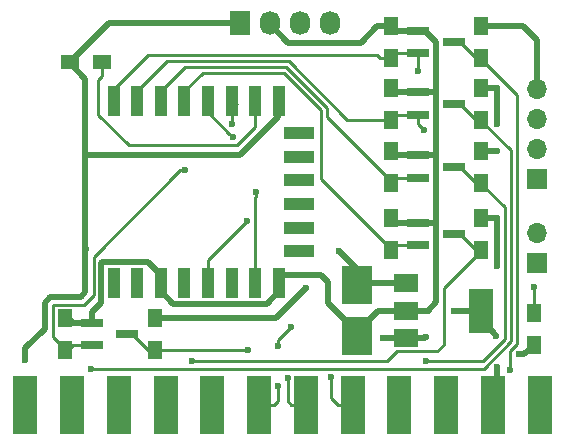
<source format=gtl>
G04 #@! TF.FileFunction,Copper,L1,Top,Signal*
%FSLAX46Y46*%
G04 Gerber Fmt 4.6, Leading zero omitted, Abs format (unit mm)*
G04 Created by KiCad (PCBNEW 4.0.6) date Sat Aug  5 17:49:28 2017*
%MOMM*%
%LPD*%
G01*
G04 APERTURE LIST*
%ADD10C,0.100000*%
%ADD11R,1.300000X1.500000*%
%ADD12R,1.727200X2.032000*%
%ADD13O,1.727200X2.032000*%
%ADD14R,2.500000X3.200000*%
%ADD15R,1.700000X1.700000*%
%ADD16O,1.700000X1.700000*%
%ADD17R,1.900000X0.800000*%
%ADD18R,1.500000X1.300000*%
%ADD19R,2.000000X3.800000*%
%ADD20R,2.000000X1.500000*%
%ADD21R,2.000000X5.000000*%
%ADD22R,1.100000X2.500000*%
%ADD23R,2.500000X1.100000*%
%ADD24C,0.600000*%
%ADD25C,0.508000*%
%ADD26C,0.254000*%
G04 APERTURE END LIST*
D10*
D11*
X95631000Y-121840000D03*
X95631000Y-124540000D03*
D12*
X82804000Y-110998000D03*
D13*
X85344000Y-110998000D03*
X87884000Y-110998000D03*
X90424000Y-110998000D03*
D14*
X92710000Y-137532000D03*
X92710000Y-133232000D03*
D15*
X107950000Y-124206000D03*
D16*
X107950000Y-121666000D03*
X107950000Y-119126000D03*
X107950000Y-116586000D03*
D15*
X107950000Y-131318000D03*
D16*
X107950000Y-128778000D03*
D17*
X97941000Y-111699000D03*
X97941000Y-113599000D03*
X100941000Y-112649000D03*
X97941000Y-116906000D03*
X97941000Y-118806000D03*
X100941000Y-117856000D03*
X97941000Y-122240000D03*
X97941000Y-124140000D03*
X100941000Y-123190000D03*
X97941000Y-127955000D03*
X97941000Y-129855000D03*
X100941000Y-128905000D03*
D11*
X95631000Y-111299000D03*
X95631000Y-113999000D03*
X103251000Y-111299000D03*
X103251000Y-113999000D03*
X95631000Y-116506000D03*
X95631000Y-119206000D03*
X103251000Y-116506000D03*
X103251000Y-119206000D03*
X95631000Y-127555000D03*
X95631000Y-130255000D03*
X103251000Y-121840000D03*
X103251000Y-124540000D03*
X103251000Y-127555000D03*
X103251000Y-130255000D03*
X107696000Y-135556000D03*
X107696000Y-138256000D03*
D18*
X68420000Y-114300000D03*
X71120000Y-114300000D03*
D11*
X67995800Y-136013200D03*
X67995800Y-138713200D03*
D19*
X103226000Y-135382000D03*
D20*
X96926000Y-135382000D03*
X96926000Y-137682000D03*
X96926000Y-133082000D03*
D21*
X108215000Y-143360000D03*
X104255000Y-143360000D03*
X100295000Y-143360000D03*
X96335000Y-143360000D03*
X92375000Y-143360000D03*
X88415000Y-143360000D03*
X84455000Y-143360000D03*
X80495000Y-143360000D03*
X76535000Y-143360000D03*
X72575000Y-143360000D03*
X68615000Y-143360000D03*
X64655000Y-143360000D03*
D17*
X70305800Y-136413200D03*
X70305800Y-138313200D03*
X73305800Y-137363200D03*
D11*
X75615800Y-136013200D03*
X75615800Y-138713200D03*
D22*
X72136000Y-133034000D03*
X74136000Y-133034000D03*
X76136000Y-133034000D03*
X78136000Y-133034000D03*
X80136000Y-133034000D03*
X82136000Y-133034000D03*
X84136000Y-133034000D03*
X86136000Y-133034000D03*
X86136000Y-117634000D03*
X84136000Y-117634000D03*
X82136000Y-117634000D03*
X80136000Y-117634000D03*
X78136000Y-117634000D03*
X76136000Y-117634000D03*
X74136000Y-117634000D03*
X72136000Y-117634000D03*
D23*
X87836000Y-130344000D03*
X87836000Y-128344000D03*
X87836000Y-126344000D03*
X87836000Y-124344000D03*
X87836000Y-122344000D03*
X87836000Y-120344000D03*
D24*
X106426000Y-139039600D03*
X104540006Y-137500000D03*
X98720000Y-135380000D03*
X100990000Y-135380000D03*
X69773800Y-130124200D03*
X91186000Y-130352800D03*
X64660000Y-139550000D03*
X90500000Y-141010000D03*
X70220000Y-140300000D03*
X87119628Y-136782266D03*
X86033974Y-138386027D03*
X86050000Y-141780000D03*
X105660000Y-140410000D03*
X86859970Y-141057839D03*
X88442800Y-133426200D03*
X94970600Y-137668000D03*
X104572968Y-127570000D03*
X104572968Y-131590000D03*
X98558990Y-137650000D03*
X104600000Y-140160000D03*
X104600000Y-121840000D03*
X104600000Y-119560000D03*
X104610000Y-116500000D03*
X98600000Y-139610008D03*
X78760000Y-139610000D03*
X98440000Y-120110000D03*
X97940000Y-115090000D03*
X82245200Y-120700800D03*
X107700000Y-133339994D03*
X83439000Y-127762000D03*
X84150200Y-125298200D03*
X83540600Y-138709400D03*
X78206600Y-123469400D03*
X82118200Y-119608600D03*
D25*
X76136000Y-132334000D02*
X75077999Y-131275999D01*
X75077999Y-131275999D02*
X71179599Y-131275999D01*
X71077999Y-131377599D02*
X71077999Y-134733001D01*
X71077999Y-134733001D02*
X70305800Y-135505200D01*
X70305800Y-135505200D02*
X70305800Y-136413200D01*
X71179599Y-131275999D02*
X71077999Y-131377599D01*
X106850264Y-139039600D02*
X106426000Y-139039600D01*
X107696000Y-138256000D02*
X106912400Y-139039600D01*
X106912400Y-139039600D02*
X106850264Y-139039600D01*
X89664042Y-132334000D02*
X86136000Y-132334000D01*
X90292201Y-132962159D02*
X89664042Y-132334000D01*
X90292202Y-134764202D02*
X90292201Y-132962159D01*
X92710000Y-137182000D02*
X90292202Y-134764202D01*
X92710000Y-137532000D02*
X92710000Y-137182000D01*
X86136000Y-132334000D02*
X86136000Y-133748402D01*
X86136000Y-133748402D02*
X85092401Y-134792001D01*
X85092401Y-134792001D02*
X77179599Y-134792001D01*
X77179599Y-134792001D02*
X76136000Y-133748402D01*
X76136000Y-133748402D02*
X76136000Y-132334000D01*
X67995800Y-136013200D02*
X68271400Y-136013200D01*
X68271400Y-136013200D02*
X68671400Y-136413200D01*
X68671400Y-136413200D02*
X70305800Y-136413200D01*
X103226000Y-135382000D02*
X103226000Y-136185994D01*
X103226000Y-136185994D02*
X104240007Y-137200001D01*
X104240007Y-137200001D02*
X104540006Y-137500000D01*
X103226000Y-135382000D02*
X100992000Y-135382000D01*
X100992000Y-135382000D02*
X100990000Y-135380000D01*
D26*
X86136000Y-133976000D02*
X86136000Y-132334000D01*
X76136000Y-132334000D02*
X76136000Y-133936000D01*
X86136000Y-133944000D02*
X86136000Y-132334000D01*
D25*
X85344000Y-110998000D02*
X85344000Y-111150400D01*
X85344000Y-111150400D02*
X86893600Y-112700000D01*
X86893600Y-112700000D02*
X93072000Y-112700000D01*
X93072000Y-112700000D02*
X94473000Y-111299000D01*
X94473000Y-111299000D02*
X95631000Y-111299000D01*
X85344000Y-110998000D02*
X85344000Y-110845600D01*
X85344000Y-110845600D02*
X85210000Y-110979600D01*
X85210000Y-110979600D02*
X85210000Y-111540000D01*
X99440000Y-127950000D02*
X99440000Y-134660000D01*
X99440000Y-134660000D02*
X98720000Y-135380000D01*
X98720000Y-135380000D02*
X97178000Y-135380000D01*
X97178000Y-135380000D02*
X97176000Y-135382000D01*
X97176000Y-135382000D02*
X96926000Y-135382000D01*
X99440000Y-116880000D02*
X99440000Y-119574156D01*
X99440000Y-119574156D02*
X99440000Y-122270000D01*
X99440000Y-112648000D02*
X99440000Y-116880000D01*
X97941000Y-116906000D02*
X99414000Y-116906000D01*
X99414000Y-116906000D02*
X99440000Y-116880000D01*
X99440000Y-122270000D02*
X99440000Y-127950000D01*
X97941000Y-122240000D02*
X99399000Y-122240000D01*
X99399000Y-122240000D02*
X99429000Y-122270000D01*
X99429000Y-122270000D02*
X99440000Y-122270000D01*
X97941000Y-127955000D02*
X99435000Y-127955000D01*
X99435000Y-127955000D02*
X99440000Y-127950000D01*
X97941000Y-111699000D02*
X98491000Y-111699000D01*
X98491000Y-111699000D02*
X99440000Y-112648000D01*
X97941000Y-111699000D02*
X96031000Y-111699000D01*
X96031000Y-111699000D02*
X95631000Y-111299000D01*
X97941000Y-116906000D02*
X96031000Y-116906000D01*
X96031000Y-116906000D02*
X95631000Y-116506000D01*
X97941000Y-122240000D02*
X96031000Y-122240000D01*
X96031000Y-122240000D02*
X95631000Y-121840000D01*
X97941000Y-127955000D02*
X96031000Y-127955000D01*
X96031000Y-127955000D02*
X95631000Y-127555000D01*
X96926000Y-135382000D02*
X96676000Y-135382000D01*
X96676000Y-135382000D02*
X96674000Y-135380000D01*
X96674000Y-135380000D02*
X94512000Y-135380000D01*
X94512000Y-135380000D02*
X92710000Y-137182000D01*
X69748400Y-130124200D02*
X69748400Y-122224800D01*
X69748400Y-122224800D02*
X69748400Y-115773200D01*
X86077999Y-118976201D02*
X82829400Y-122224800D01*
X82829400Y-122224800D02*
X69748400Y-122224800D01*
X86136000Y-118334000D02*
X86077999Y-118392001D01*
X86077999Y-118392001D02*
X86077999Y-118976201D01*
X92710000Y-133232000D02*
X92710000Y-131876800D01*
X92710000Y-131876800D02*
X91186000Y-130352800D01*
X69773800Y-130124200D02*
X69748400Y-130124200D01*
X69748400Y-130124200D02*
X69773800Y-130124200D01*
X69773800Y-130124200D02*
X69748400Y-130124200D01*
X82804000Y-110998000D02*
X71722000Y-110998000D01*
X71722000Y-110998000D02*
X68420000Y-114300000D01*
X66777969Y-134247188D02*
X69333812Y-134247188D01*
X69333812Y-134247188D02*
X69748400Y-133832600D01*
X64660000Y-138565400D02*
X66329788Y-136895612D01*
X66329788Y-134695369D02*
X66777969Y-134247188D01*
X69748400Y-115773200D02*
X68402200Y-114427000D01*
X64660000Y-139550000D02*
X64660000Y-138565400D01*
X66329788Y-136895612D02*
X66329788Y-134695369D01*
X69748400Y-133832600D02*
X69748400Y-130124200D01*
X96926000Y-133082000D02*
X92860000Y-133082000D01*
X92860000Y-133082000D02*
X92710000Y-133232000D01*
D26*
X92375000Y-143360000D02*
X91121000Y-143360000D01*
X91121000Y-143360000D02*
X90500000Y-142739000D01*
X90500000Y-142739000D02*
X90500000Y-141010000D01*
X103251000Y-119206000D02*
X103251000Y-119306000D01*
X105761989Y-121816989D02*
X105761989Y-137994331D01*
X103251000Y-119306000D02*
X105761989Y-121816989D01*
X105761989Y-137994331D02*
X103456320Y-140300000D01*
X103456320Y-140300000D02*
X70644264Y-140300000D01*
X70644264Y-140300000D02*
X70220000Y-140300000D01*
X100941000Y-117856000D02*
X101491000Y-117856000D01*
X101491000Y-117856000D02*
X102841000Y-119206000D01*
X102841000Y-119206000D02*
X103251000Y-119206000D01*
X86033974Y-137961763D02*
X86033974Y-138386027D01*
X87119628Y-136782266D02*
X86033974Y-137867920D01*
X86033974Y-137867920D02*
X86033974Y-137961763D01*
X85709000Y-143360000D02*
X86050000Y-143019000D01*
X86050000Y-142204264D02*
X86050000Y-141780000D01*
X86050000Y-143019000D02*
X86050000Y-142204264D01*
X84455000Y-143360000D02*
X85709000Y-143360000D01*
X103251000Y-114099000D02*
X106279999Y-117127999D01*
X106279999Y-117127999D02*
X106279999Y-138194757D01*
X105660000Y-139985736D02*
X105660000Y-140410000D01*
X106279999Y-138194757D02*
X105660000Y-138814756D01*
X105660000Y-138814756D02*
X105660000Y-139985736D01*
X103251000Y-113999000D02*
X103251000Y-114099000D01*
X100941000Y-112649000D02*
X101491000Y-112649000D01*
X101491000Y-112649000D02*
X102841000Y-113999000D01*
X102841000Y-113999000D02*
X103251000Y-113999000D01*
X86859970Y-141482103D02*
X86859970Y-141057839D01*
X86859970Y-143058970D02*
X86859970Y-141482103D01*
X88415000Y-143360000D02*
X87161000Y-143360000D01*
X87161000Y-143360000D02*
X86859970Y-143058970D01*
D25*
X88142801Y-133726199D02*
X88442800Y-133426200D01*
X85855800Y-136013200D02*
X88142801Y-133726199D01*
X75615800Y-136013200D02*
X85855800Y-136013200D01*
X94970600Y-137668000D02*
X96912000Y-137668000D01*
X96912000Y-137668000D02*
X96926000Y-137682000D01*
X103251000Y-127555000D02*
X104557968Y-127555000D01*
X104557968Y-127555000D02*
X104572968Y-127570000D01*
X104572968Y-127570000D02*
X104572968Y-127994264D01*
X104572968Y-127994264D02*
X104572968Y-131590000D01*
X96926000Y-137682000D02*
X98526990Y-137682000D01*
X98526990Y-137682000D02*
X98558990Y-137650000D01*
X104600000Y-140160000D02*
X104600000Y-143015000D01*
X104600000Y-143015000D02*
X104255000Y-143360000D01*
X103251000Y-121840000D02*
X104600000Y-121840000D01*
X104610000Y-116500000D02*
X104610000Y-119550000D01*
X104610000Y-119550000D02*
X104600000Y-119560000D01*
X103251000Y-116506000D02*
X104604000Y-116506000D01*
X104604000Y-116506000D02*
X104610000Y-116500000D01*
X104520000Y-143095000D02*
X104255000Y-143360000D01*
X103256000Y-127560000D02*
X103251000Y-127555000D01*
X103251000Y-111299000D02*
X106759000Y-111299000D01*
X106759000Y-111299000D02*
X107950000Y-112490000D01*
X107950000Y-112490000D02*
X107950000Y-115383919D01*
X107950000Y-115383919D02*
X107950000Y-116586000D01*
D26*
X99024264Y-139610008D02*
X98600000Y-139610008D01*
X105253978Y-137783906D02*
X103427876Y-139610008D01*
X103251000Y-124540000D02*
X103251000Y-124640000D01*
X103251000Y-124640000D02*
X105253978Y-126642978D01*
X105253978Y-126642978D02*
X105253978Y-137783906D01*
X103427876Y-139610008D02*
X99024264Y-139610008D01*
X100941000Y-123190000D02*
X101491000Y-123190000D01*
X101491000Y-123190000D02*
X102841000Y-124540000D01*
X102841000Y-124540000D02*
X103251000Y-124540000D01*
X78760000Y-139610000D02*
X95310000Y-139610000D01*
X95310000Y-139610000D02*
X95320000Y-139620000D01*
X102980000Y-130620000D02*
X102980000Y-130590000D01*
X95320000Y-139620000D02*
X96126999Y-138813001D01*
X96126999Y-138813001D02*
X99546999Y-138813001D01*
X99546999Y-138813001D02*
X100100000Y-138260000D01*
X100100000Y-138260000D02*
X100100000Y-133500000D01*
X100100000Y-133500000D02*
X102980000Y-130620000D01*
X102980000Y-130590000D02*
X103251000Y-130319000D01*
X103251000Y-130319000D02*
X103251000Y-130255000D01*
X100941000Y-128905000D02*
X101491000Y-128905000D01*
X101491000Y-128905000D02*
X102841000Y-130255000D01*
X102841000Y-130255000D02*
X103251000Y-130255000D01*
X86942979Y-114232979D02*
X91916000Y-119206000D01*
X76687021Y-114232979D02*
X86942979Y-114232979D01*
X91916000Y-119206000D02*
X94727000Y-119206000D01*
X74136000Y-116784000D02*
X76687021Y-114232979D01*
X94727000Y-119206000D02*
X95631000Y-119206000D01*
X74136000Y-118334000D02*
X74136000Y-116784000D01*
X98140001Y-119810001D02*
X98440000Y-120110000D01*
X97941000Y-118806000D02*
X97941000Y-119611000D01*
X97941000Y-119611000D02*
X98140001Y-119810001D01*
X97941000Y-118806000D02*
X96031000Y-118806000D01*
X96031000Y-118806000D02*
X95631000Y-119206000D01*
X72136000Y-118334000D02*
X72136000Y-116654000D01*
X72136000Y-116654000D02*
X75065031Y-113724969D01*
X75065031Y-113724969D02*
X94452969Y-113724969D01*
X94452969Y-113724969D02*
X94727000Y-113999000D01*
X94727000Y-113999000D02*
X95631000Y-113999000D01*
X97941000Y-113599000D02*
X97941000Y-115089000D01*
X97941000Y-115089000D02*
X97940000Y-115090000D01*
X97941000Y-113599000D02*
X96031000Y-113599000D01*
X96031000Y-113599000D02*
X95631000Y-113999000D01*
X80136000Y-118334000D02*
X80136000Y-118591600D01*
X80136000Y-118591600D02*
X81945201Y-120400801D01*
X81945201Y-120400801D02*
X82245200Y-120700800D01*
X107696000Y-133343994D02*
X107700000Y-133339994D01*
X107696000Y-135556000D02*
X107696000Y-133343994D01*
X90210000Y-119019000D02*
X95631000Y-124440000D01*
X90210000Y-118218436D02*
X90210000Y-119019000D01*
X86732553Y-114740989D02*
X90210000Y-118218436D01*
X95631000Y-124440000D02*
X95631000Y-124540000D01*
X78179012Y-114740988D02*
X86732553Y-114740989D01*
X76136000Y-116784000D02*
X78179012Y-114740988D01*
X76136000Y-118334000D02*
X76136000Y-116784000D01*
X97941000Y-124140000D02*
X96031000Y-124140000D01*
X96031000Y-124140000D02*
X95631000Y-124540000D01*
X79681001Y-115248999D02*
X86522127Y-115248999D01*
X89700000Y-124224000D02*
X95631000Y-130155000D01*
X86522127Y-115248999D02*
X89700000Y-118426872D01*
X78136000Y-118334000D02*
X78136000Y-116794000D01*
X78136000Y-116794000D02*
X79681001Y-115248999D01*
X89700000Y-118426872D02*
X89700000Y-124224000D01*
X95631000Y-130155000D02*
X95631000Y-130255000D01*
X97941000Y-129855000D02*
X96031000Y-129855000D01*
X96031000Y-129855000D02*
X95631000Y-130255000D01*
X84136000Y-118334000D02*
X84136000Y-119817882D01*
X70810000Y-115824000D02*
X71120000Y-115514000D01*
X84136000Y-119817882D02*
X82567282Y-121386600D01*
X82567282Y-121386600D02*
X73402798Y-121386600D01*
X73402798Y-121386600D02*
X70810000Y-118793802D01*
X70810000Y-118793802D02*
X70810000Y-115824000D01*
X71120000Y-115514000D02*
X71120000Y-115204000D01*
X71120000Y-115204000D02*
X71120000Y-114300000D01*
X80136000Y-131065000D02*
X83139001Y-128061999D01*
X83139001Y-128061999D02*
X83439000Y-127762000D01*
X80136000Y-132334000D02*
X80136000Y-131065000D01*
X90424000Y-110998000D02*
X90424000Y-110845600D01*
X84150200Y-125298200D02*
X84150200Y-125722464D01*
X84150200Y-125722464D02*
X84136000Y-125736664D01*
X84136000Y-125736664D02*
X84136000Y-132334000D01*
X75615800Y-138713200D02*
X83536800Y-138713200D01*
X83536800Y-138713200D02*
X83540600Y-138709400D01*
X73305800Y-137363200D02*
X73710800Y-137363200D01*
X73710800Y-137363200D02*
X75060800Y-138713200D01*
X75060800Y-138713200D02*
X75615800Y-138713200D01*
X70442989Y-134036052D02*
X70442989Y-130808747D01*
X69596842Y-134882199D02*
X70442989Y-134036052D01*
X67040999Y-134882199D02*
X69596842Y-134882199D01*
X66964799Y-134958399D02*
X67040999Y-134882199D01*
X77782336Y-123469400D02*
X78206600Y-123469400D01*
X66964799Y-137582199D02*
X66964799Y-134958399D01*
X67995800Y-138613200D02*
X66964799Y-137582199D01*
X67995800Y-138713200D02*
X67995800Y-138613200D01*
X70442989Y-130808747D02*
X77782336Y-123469400D01*
X82118200Y-119608600D02*
X82118200Y-118351800D01*
X82118200Y-118351800D02*
X82136000Y-118334000D01*
X67995800Y-138713200D02*
X68322200Y-138713200D01*
X68322200Y-138713200D02*
X68722200Y-138313200D01*
X68722200Y-138313200D02*
X70305800Y-138313200D01*
X82570001Y-117899999D02*
X82136000Y-118334000D01*
M02*

</source>
